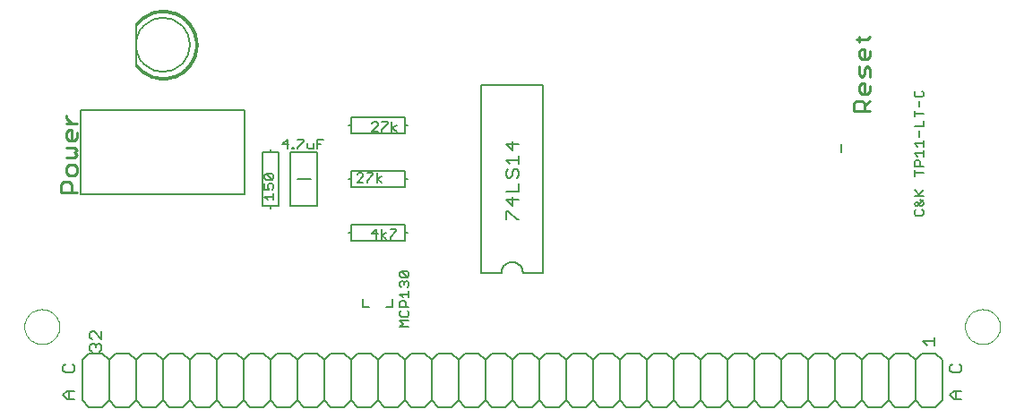
<source format=gto>
G75*
G70*
%OFA0B0*%
%FSLAX24Y24*%
%IPPOS*%
%LPD*%
%AMOC8*
5,1,8,0,0,1.08239X$1,22.5*
%
%ADD10C,0.0080*%
%ADD11C,0.0110*%
%ADD12C,0.0060*%
%ADD13R,0.0067X0.0333*%
%ADD14C,0.0000*%
%ADD15C,0.0050*%
%ADD16C,0.0010*%
D10*
X002500Y001326D02*
X002360Y001467D01*
X002500Y001607D01*
X002781Y001607D01*
X002570Y001607D02*
X002570Y001326D01*
X002500Y001326D02*
X002781Y001326D01*
X002711Y002326D02*
X002430Y002326D01*
X002360Y002397D01*
X002360Y002537D01*
X002430Y002607D01*
X002711Y002607D02*
X002781Y002537D01*
X002781Y002397D01*
X002711Y002326D01*
X003430Y003096D02*
X003360Y003166D01*
X003360Y003306D01*
X003430Y003377D01*
X003500Y003377D01*
X003570Y003306D01*
X003640Y003377D01*
X003711Y003377D01*
X003781Y003306D01*
X003781Y003166D01*
X003711Y003096D01*
X003570Y003236D02*
X003570Y003306D01*
X003430Y003557D02*
X003360Y003627D01*
X003360Y003767D01*
X003430Y003837D01*
X003500Y003837D01*
X003781Y003557D01*
X003781Y003837D01*
X013071Y007217D02*
X013071Y007517D01*
X012971Y007517D01*
X013071Y007517D02*
X013071Y007817D01*
X015071Y007817D01*
X015071Y007517D01*
X015171Y007517D01*
X015071Y007517D02*
X015071Y007217D01*
X013071Y007217D01*
X011821Y008517D02*
X010821Y008517D01*
X010821Y010517D01*
X011821Y010517D01*
X011821Y008517D01*
X010371Y008517D02*
X010071Y008517D01*
X010071Y008417D01*
X010071Y008517D02*
X009771Y008517D01*
X009771Y010517D01*
X010071Y010517D01*
X010071Y010617D01*
X010071Y010517D02*
X010371Y010517D01*
X010371Y008517D01*
X011071Y009517D02*
X011571Y009517D01*
X012971Y009517D02*
X013071Y009517D01*
X013071Y009817D01*
X015071Y009817D01*
X015071Y009517D01*
X015171Y009517D01*
X015071Y009517D02*
X015071Y009217D01*
X013071Y009217D01*
X013071Y009517D01*
X013071Y011217D02*
X013071Y011517D01*
X012971Y011517D01*
X013071Y011517D02*
X013071Y011817D01*
X015071Y011817D01*
X015071Y011517D01*
X015171Y011517D01*
X015071Y011517D02*
X015071Y011217D01*
X013071Y011217D01*
X018830Y010828D02*
X019070Y010588D01*
X019070Y010908D01*
X018830Y010828D02*
X019311Y010828D01*
X019311Y010393D02*
X019311Y010072D01*
X019311Y010232D02*
X018830Y010232D01*
X018990Y010072D01*
X018910Y009877D02*
X018830Y009797D01*
X018830Y009637D01*
X018910Y009557D01*
X018990Y009557D01*
X019070Y009637D01*
X019070Y009797D01*
X019150Y009877D01*
X019231Y009877D01*
X019311Y009797D01*
X019311Y009637D01*
X019231Y009557D01*
X019311Y009361D02*
X019311Y009041D01*
X018830Y009041D01*
X018830Y008766D02*
X019070Y008525D01*
X019070Y008846D01*
X018830Y008766D02*
X019311Y008766D01*
X018910Y008330D02*
X019231Y008010D01*
X019311Y008010D01*
X018830Y008010D02*
X018830Y008330D01*
X018910Y008330D01*
X014622Y005056D02*
X014622Y004741D01*
X014386Y004741D01*
X013756Y004741D02*
X013519Y004741D01*
X013519Y005056D01*
X005071Y013767D02*
X005071Y015267D01*
X034360Y003467D02*
X034500Y003326D01*
X034360Y003467D02*
X034781Y003467D01*
X034781Y003607D02*
X034781Y003326D01*
X035430Y002607D02*
X035360Y002537D01*
X035360Y002397D01*
X035430Y002326D01*
X035711Y002326D01*
X035781Y002397D01*
X035781Y002537D01*
X035711Y002607D01*
X035781Y001607D02*
X035500Y001607D01*
X035360Y001467D01*
X035500Y001326D01*
X035781Y001326D01*
X035570Y001326D02*
X035570Y001607D01*
D11*
X032366Y012038D02*
X031775Y012038D01*
X031775Y012334D01*
X031873Y012432D01*
X032070Y012432D01*
X032169Y012334D01*
X032169Y012038D01*
X032169Y012235D02*
X032366Y012432D01*
X032267Y012683D02*
X032070Y012683D01*
X031972Y012781D01*
X031972Y012978D01*
X032070Y013077D01*
X032169Y013077D01*
X032169Y012683D01*
X032267Y012683D02*
X032366Y012781D01*
X032366Y012978D01*
X032366Y013327D02*
X032366Y013623D01*
X032267Y013721D01*
X032169Y013623D01*
X032169Y013426D01*
X032070Y013327D01*
X031972Y013426D01*
X031972Y013721D01*
X032070Y013972D02*
X031972Y014070D01*
X031972Y014267D01*
X032070Y014366D01*
X032169Y014366D01*
X032169Y013972D01*
X032267Y013972D02*
X032070Y013972D01*
X032267Y013972D02*
X032366Y014070D01*
X032366Y014267D01*
X031972Y014617D02*
X031972Y014813D01*
X031873Y014715D02*
X032267Y014715D01*
X032366Y014813D01*
X002866Y011592D02*
X002472Y011592D01*
X002669Y011592D02*
X002472Y011789D01*
X002472Y011887D01*
X002570Y011341D02*
X002669Y011341D01*
X002669Y010948D01*
X002767Y010948D02*
X002570Y010948D01*
X002472Y011046D01*
X002472Y011243D01*
X002570Y011341D01*
X002866Y011243D02*
X002866Y011046D01*
X002767Y010948D01*
X002767Y010697D02*
X002472Y010697D01*
X002767Y010697D02*
X002866Y010598D01*
X002767Y010500D01*
X002866Y010402D01*
X002767Y010303D01*
X002472Y010303D01*
X002570Y010052D02*
X002472Y009954D01*
X002472Y009757D01*
X002570Y009659D01*
X002767Y009659D01*
X002866Y009757D01*
X002866Y009954D01*
X002767Y010052D01*
X002570Y010052D01*
X002570Y009408D02*
X002669Y009309D01*
X002669Y009014D01*
X002866Y009014D02*
X002275Y009014D01*
X002275Y009309D01*
X002373Y009408D01*
X002570Y009408D01*
D12*
X009850Y009342D02*
X009850Y009115D01*
X010020Y009115D01*
X009964Y009228D01*
X009964Y009285D01*
X010020Y009342D01*
X010134Y009342D01*
X010191Y009285D01*
X010191Y009172D01*
X010134Y009115D01*
X010191Y008974D02*
X010191Y008747D01*
X010191Y008860D02*
X009850Y008860D01*
X009964Y008747D01*
X009907Y009483D02*
X009850Y009540D01*
X009850Y009653D01*
X009907Y009710D01*
X010134Y009483D01*
X010191Y009540D01*
X010191Y009653D01*
X010134Y009710D01*
X009907Y009710D01*
X009907Y009483D02*
X010134Y009483D01*
X010698Y010634D02*
X010698Y010974D01*
X010527Y010804D01*
X010754Y010804D01*
X010896Y010691D02*
X010952Y010691D01*
X010952Y010634D01*
X010896Y010634D01*
X010896Y010691D01*
X011080Y010691D02*
X011080Y010634D01*
X011080Y010691D02*
X011307Y010917D01*
X011307Y010974D01*
X011080Y010974D01*
X011448Y010861D02*
X011448Y010691D01*
X011505Y010634D01*
X011675Y010634D01*
X011675Y010861D01*
X011817Y010804D02*
X011930Y010804D01*
X011817Y010974D02*
X012043Y010974D01*
X011817Y010974D02*
X011817Y010634D01*
X013301Y009680D02*
X013357Y009737D01*
X013471Y009737D01*
X013527Y009680D01*
X013527Y009624D01*
X013301Y009397D01*
X013527Y009397D01*
X013669Y009397D02*
X013669Y009453D01*
X013896Y009680D01*
X013896Y009737D01*
X013669Y009737D01*
X014037Y009737D02*
X014037Y009397D01*
X014037Y009510D02*
X014207Y009624D01*
X014037Y009510D02*
X014207Y009397D01*
X014225Y007637D02*
X014225Y007297D01*
X014225Y007410D02*
X014395Y007524D01*
X014532Y007637D02*
X014759Y007637D01*
X014759Y007580D01*
X014532Y007353D01*
X014532Y007297D01*
X014395Y007297D02*
X014225Y007410D01*
X014084Y007467D02*
X013857Y007467D01*
X014027Y007637D01*
X014027Y007297D01*
X014940Y006077D02*
X015167Y005850D01*
X015224Y005907D01*
X015224Y006020D01*
X015167Y006077D01*
X014940Y006077D01*
X014884Y006020D01*
X014884Y005907D01*
X014940Y005850D01*
X015167Y005850D01*
X015167Y005709D02*
X015224Y005652D01*
X015224Y005538D01*
X015167Y005482D01*
X015224Y005340D02*
X015224Y005113D01*
X015224Y005227D02*
X014884Y005227D01*
X014997Y005113D01*
X014940Y004972D02*
X015054Y004972D01*
X015110Y004915D01*
X015110Y004745D01*
X015224Y004745D02*
X014884Y004745D01*
X014884Y004915D01*
X014940Y004972D01*
X014940Y004604D02*
X014884Y004547D01*
X014884Y004433D01*
X014940Y004377D01*
X015167Y004377D01*
X015224Y004433D01*
X015224Y004547D01*
X015167Y004604D01*
X015224Y004235D02*
X014884Y004235D01*
X014997Y004122D01*
X014884Y004008D01*
X015224Y004008D01*
X015321Y003017D02*
X015821Y003017D01*
X016071Y002767D01*
X016071Y001267D01*
X015821Y001017D01*
X015321Y001017D01*
X015071Y001267D01*
X015071Y002767D01*
X015321Y003017D01*
X015071Y002767D02*
X014821Y003017D01*
X014321Y003017D01*
X014071Y002767D01*
X014071Y001267D01*
X013821Y001017D01*
X013321Y001017D01*
X013071Y001267D01*
X013071Y002767D01*
X013321Y003017D01*
X013821Y003017D01*
X014071Y002767D01*
X013071Y002767D02*
X012821Y003017D01*
X012321Y003017D01*
X012071Y002767D01*
X012071Y001267D01*
X011821Y001017D01*
X011321Y001017D01*
X011071Y001267D01*
X011071Y002767D01*
X011321Y003017D01*
X011821Y003017D01*
X012071Y002767D01*
X011071Y002767D02*
X010821Y003017D01*
X010321Y003017D01*
X010071Y002767D01*
X010071Y001267D01*
X009821Y001017D01*
X009321Y001017D01*
X009071Y001267D01*
X009071Y002767D01*
X009321Y003017D01*
X009821Y003017D01*
X010071Y002767D01*
X009071Y002767D02*
X008821Y003017D01*
X008321Y003017D01*
X008071Y002767D01*
X008071Y001267D01*
X008321Y001017D01*
X008821Y001017D01*
X009071Y001267D01*
X008071Y001267D02*
X007821Y001017D01*
X007321Y001017D01*
X007071Y001267D01*
X007071Y002767D01*
X007321Y003017D01*
X007821Y003017D01*
X008071Y002767D01*
X007071Y002767D02*
X006821Y003017D01*
X006321Y003017D01*
X006071Y002767D01*
X006071Y001267D01*
X006321Y001017D01*
X006821Y001017D01*
X007071Y001267D01*
X006071Y001267D02*
X005821Y001017D01*
X005321Y001017D01*
X005071Y001267D01*
X005071Y002767D01*
X005321Y003017D01*
X005821Y003017D01*
X006071Y002767D01*
X005071Y002767D02*
X004821Y003017D01*
X004321Y003017D01*
X004071Y002767D01*
X004071Y001267D01*
X004321Y001017D01*
X004821Y001017D01*
X005071Y001267D01*
X004071Y001267D02*
X003821Y001017D01*
X003321Y001017D01*
X003071Y001267D01*
X003071Y002767D01*
X003321Y003017D01*
X003821Y003017D01*
X004071Y002767D01*
X010071Y001267D02*
X010321Y001017D01*
X010821Y001017D01*
X011071Y001267D01*
X012071Y001267D02*
X012321Y001017D01*
X012821Y001017D01*
X013071Y001267D01*
X014071Y001267D02*
X014321Y001017D01*
X014821Y001017D01*
X015071Y001267D01*
X016071Y001267D02*
X016321Y001017D01*
X016821Y001017D01*
X017071Y001267D01*
X017071Y002767D01*
X017321Y003017D01*
X017821Y003017D01*
X018071Y002767D01*
X018071Y001267D01*
X017821Y001017D01*
X017321Y001017D01*
X017071Y001267D01*
X018071Y001267D02*
X018321Y001017D01*
X018821Y001017D01*
X019071Y001267D01*
X019071Y002767D01*
X019321Y003017D01*
X019821Y003017D01*
X020071Y002767D01*
X020071Y001267D01*
X019821Y001017D01*
X019321Y001017D01*
X019071Y001267D01*
X019071Y002767D01*
X018821Y003017D01*
X018321Y003017D01*
X018071Y002767D01*
X017071Y002767D02*
X016821Y003017D01*
X016321Y003017D01*
X016071Y002767D01*
X020071Y002767D02*
X020321Y003017D01*
X020821Y003017D01*
X021071Y002767D01*
X021071Y001267D01*
X020821Y001017D01*
X020321Y001017D01*
X020071Y001267D01*
X021071Y001267D02*
X021321Y001017D01*
X021821Y001017D01*
X022071Y001267D01*
X022071Y002767D01*
X022321Y003017D01*
X022821Y003017D01*
X023071Y002767D01*
X023071Y001267D01*
X022821Y001017D01*
X022321Y001017D01*
X022071Y001267D01*
X023071Y001267D02*
X023321Y001017D01*
X023821Y001017D01*
X024071Y001267D01*
X024071Y002767D01*
X024321Y003017D01*
X024821Y003017D01*
X025071Y002767D01*
X025071Y001267D01*
X024821Y001017D01*
X024321Y001017D01*
X024071Y001267D01*
X025071Y001267D02*
X025321Y001017D01*
X025821Y001017D01*
X026071Y001267D01*
X026071Y002767D01*
X026321Y003017D01*
X026821Y003017D01*
X027071Y002767D01*
X027071Y001267D01*
X026821Y001017D01*
X026321Y001017D01*
X026071Y001267D01*
X027071Y001267D02*
X027321Y001017D01*
X027821Y001017D01*
X028071Y001267D01*
X028071Y002767D01*
X028321Y003017D01*
X028821Y003017D01*
X029071Y002767D01*
X029071Y001267D01*
X028821Y001017D01*
X028321Y001017D01*
X028071Y001267D01*
X029071Y001267D02*
X029321Y001017D01*
X029821Y001017D01*
X030071Y001267D01*
X030071Y002767D01*
X029821Y003017D01*
X029321Y003017D01*
X029071Y002767D01*
X030071Y002767D02*
X030321Y003017D01*
X030821Y003017D01*
X031071Y002767D01*
X031071Y001267D01*
X030821Y001017D01*
X030321Y001017D01*
X030071Y001267D01*
X031071Y001267D02*
X031321Y001017D01*
X031821Y001017D01*
X032071Y001267D01*
X032071Y002767D01*
X031821Y003017D01*
X031321Y003017D01*
X031071Y002767D01*
X032071Y002767D02*
X032321Y003017D01*
X032821Y003017D01*
X033071Y002767D01*
X033071Y001267D01*
X032821Y001017D01*
X032321Y001017D01*
X032071Y001267D01*
X033071Y001267D02*
X033321Y001017D01*
X033821Y001017D01*
X034071Y001267D01*
X034071Y002767D01*
X033821Y003017D01*
X033321Y003017D01*
X033071Y002767D01*
X034071Y002767D02*
X034321Y003017D01*
X034821Y003017D01*
X035071Y002767D01*
X035071Y001267D01*
X034821Y001017D01*
X034321Y001017D01*
X034071Y001267D01*
X028071Y002767D02*
X027821Y003017D01*
X027321Y003017D01*
X027071Y002767D01*
X026071Y002767D02*
X025821Y003017D01*
X025321Y003017D01*
X025071Y002767D01*
X024071Y002767D02*
X023821Y003017D01*
X023321Y003017D01*
X023071Y002767D01*
X022071Y002767D02*
X021821Y003017D01*
X021321Y003017D01*
X021071Y002767D01*
X014940Y005482D02*
X014884Y005538D01*
X014884Y005652D01*
X014940Y005709D01*
X014997Y005709D01*
X015054Y005652D01*
X015110Y005709D01*
X015167Y005709D01*
X015054Y005652D02*
X015054Y005595D01*
X017921Y006017D02*
X018671Y006017D01*
X018673Y006056D01*
X018679Y006095D01*
X018688Y006133D01*
X018701Y006170D01*
X018718Y006206D01*
X018738Y006239D01*
X018762Y006271D01*
X018788Y006300D01*
X018817Y006326D01*
X018849Y006350D01*
X018882Y006370D01*
X018918Y006387D01*
X018955Y006400D01*
X018993Y006409D01*
X019032Y006415D01*
X019071Y006417D01*
X019110Y006415D01*
X019149Y006409D01*
X019187Y006400D01*
X019224Y006387D01*
X019260Y006370D01*
X019293Y006350D01*
X019325Y006326D01*
X019354Y006300D01*
X019380Y006271D01*
X019404Y006239D01*
X019424Y006206D01*
X019441Y006170D01*
X019454Y006133D01*
X019463Y006095D01*
X019469Y006056D01*
X019471Y006017D01*
X020221Y006017D01*
X020221Y013017D01*
X017921Y013017D01*
X017921Y006017D01*
X014764Y011297D02*
X014594Y011410D01*
X014764Y011524D01*
X014594Y011637D02*
X014594Y011297D01*
X014452Y011580D02*
X014225Y011353D01*
X014225Y011297D01*
X014084Y011297D02*
X013857Y011297D01*
X014084Y011524D01*
X014084Y011580D01*
X014027Y011637D01*
X013914Y011637D01*
X013857Y011580D01*
X014225Y011637D02*
X014452Y011637D01*
X014452Y011580D01*
X005071Y014517D02*
X005073Y014580D01*
X005079Y014642D01*
X005089Y014704D01*
X005102Y014766D01*
X005120Y014826D01*
X005141Y014885D01*
X005166Y014943D01*
X005195Y014999D01*
X005227Y015053D01*
X005262Y015105D01*
X005300Y015154D01*
X005342Y015202D01*
X005386Y015246D01*
X005434Y015288D01*
X005483Y015326D01*
X005535Y015361D01*
X005589Y015393D01*
X005645Y015422D01*
X005703Y015447D01*
X005762Y015468D01*
X005822Y015486D01*
X005884Y015499D01*
X005946Y015509D01*
X006008Y015515D01*
X006071Y015517D01*
X006134Y015515D01*
X006196Y015509D01*
X006258Y015499D01*
X006320Y015486D01*
X006380Y015468D01*
X006439Y015447D01*
X006497Y015422D01*
X006553Y015393D01*
X006607Y015361D01*
X006659Y015326D01*
X006708Y015288D01*
X006756Y015246D01*
X006800Y015202D01*
X006842Y015154D01*
X006880Y015105D01*
X006915Y015053D01*
X006947Y014999D01*
X006976Y014943D01*
X007001Y014885D01*
X007022Y014826D01*
X007040Y014766D01*
X007053Y014704D01*
X007063Y014642D01*
X007069Y014580D01*
X007071Y014517D01*
X007069Y014454D01*
X007063Y014392D01*
X007053Y014330D01*
X007040Y014268D01*
X007022Y014208D01*
X007001Y014149D01*
X006976Y014091D01*
X006947Y014035D01*
X006915Y013981D01*
X006880Y013929D01*
X006842Y013880D01*
X006800Y013832D01*
X006756Y013788D01*
X006708Y013746D01*
X006659Y013708D01*
X006607Y013673D01*
X006553Y013641D01*
X006497Y013612D01*
X006439Y013587D01*
X006380Y013566D01*
X006320Y013548D01*
X006258Y013535D01*
X006196Y013525D01*
X006134Y013519D01*
X006071Y013517D01*
X006008Y013519D01*
X005946Y013525D01*
X005884Y013535D01*
X005822Y013548D01*
X005762Y013566D01*
X005703Y013587D01*
X005645Y013612D01*
X005589Y013641D01*
X005535Y013673D01*
X005483Y013708D01*
X005434Y013746D01*
X005386Y013788D01*
X005342Y013832D01*
X005300Y013880D01*
X005262Y013929D01*
X005227Y013981D01*
X005195Y014035D01*
X005166Y014091D01*
X005141Y014149D01*
X005120Y014208D01*
X005102Y014268D01*
X005089Y014330D01*
X005079Y014392D01*
X005073Y014454D01*
X005071Y014517D01*
X034034Y012743D02*
X034034Y012629D01*
X034090Y012572D01*
X034317Y012572D01*
X034374Y012629D01*
X034374Y012743D01*
X034317Y012799D01*
X034090Y012799D02*
X034034Y012743D01*
X034204Y012431D02*
X034204Y012204D01*
X034034Y012063D02*
X034034Y011836D01*
X034034Y011949D02*
X034374Y011949D01*
X034374Y011694D02*
X034374Y011467D01*
X034034Y011467D01*
X034204Y011326D02*
X034204Y011099D01*
X034374Y010958D02*
X034374Y010731D01*
X034374Y010844D02*
X034034Y010844D01*
X034147Y010731D01*
X034374Y010589D02*
X034374Y010363D01*
X034374Y010476D02*
X034034Y010476D01*
X034147Y010363D01*
X034090Y010221D02*
X034204Y010221D01*
X034260Y010164D01*
X034260Y009994D01*
X034374Y009994D02*
X034034Y009994D01*
X034034Y010164D01*
X034090Y010221D01*
X034034Y009853D02*
X034034Y009626D01*
X034034Y009739D02*
X034374Y009739D01*
X034374Y009116D02*
X034204Y008946D01*
X034260Y008889D02*
X034034Y009116D01*
X034034Y008889D02*
X034374Y008889D01*
X034374Y008748D02*
X034147Y008521D01*
X034090Y008521D01*
X034034Y008578D01*
X034090Y008634D01*
X034147Y008634D01*
X034260Y008521D01*
X034317Y008521D01*
X034374Y008578D01*
X034374Y008634D01*
X034260Y008748D01*
X034317Y008379D02*
X034374Y008323D01*
X034374Y008209D01*
X034317Y008153D01*
X034090Y008153D01*
X034034Y008209D01*
X034034Y008323D01*
X034090Y008379D01*
D13*
X031303Y010652D03*
D14*
X035921Y004017D02*
X035923Y004067D01*
X035929Y004117D01*
X035939Y004167D01*
X035952Y004215D01*
X035969Y004263D01*
X035990Y004309D01*
X036014Y004353D01*
X036042Y004395D01*
X036073Y004435D01*
X036107Y004472D01*
X036144Y004507D01*
X036183Y004538D01*
X036224Y004567D01*
X036268Y004592D01*
X036314Y004614D01*
X036361Y004632D01*
X036409Y004646D01*
X036458Y004657D01*
X036508Y004664D01*
X036558Y004667D01*
X036609Y004666D01*
X036659Y004661D01*
X036709Y004652D01*
X036757Y004640D01*
X036805Y004623D01*
X036851Y004603D01*
X036896Y004580D01*
X036939Y004553D01*
X036979Y004523D01*
X037017Y004490D01*
X037052Y004454D01*
X037085Y004415D01*
X037114Y004374D01*
X037140Y004331D01*
X037163Y004286D01*
X037182Y004239D01*
X037197Y004191D01*
X037209Y004142D01*
X037217Y004092D01*
X037221Y004042D01*
X037221Y003992D01*
X037217Y003942D01*
X037209Y003892D01*
X037197Y003843D01*
X037182Y003795D01*
X037163Y003748D01*
X037140Y003703D01*
X037114Y003660D01*
X037085Y003619D01*
X037052Y003580D01*
X037017Y003544D01*
X036979Y003511D01*
X036939Y003481D01*
X036896Y003454D01*
X036851Y003431D01*
X036805Y003411D01*
X036757Y003394D01*
X036709Y003382D01*
X036659Y003373D01*
X036609Y003368D01*
X036558Y003367D01*
X036508Y003370D01*
X036458Y003377D01*
X036409Y003388D01*
X036361Y003402D01*
X036314Y003420D01*
X036268Y003442D01*
X036224Y003467D01*
X036183Y003496D01*
X036144Y003527D01*
X036107Y003562D01*
X036073Y003599D01*
X036042Y003639D01*
X036014Y003681D01*
X035990Y003725D01*
X035969Y003771D01*
X035952Y003819D01*
X035939Y003867D01*
X035929Y003917D01*
X035923Y003967D01*
X035921Y004017D01*
X035923Y004067D01*
X035929Y004117D01*
X035939Y004167D01*
X035952Y004215D01*
X035969Y004263D01*
X035990Y004309D01*
X036014Y004353D01*
X036042Y004395D01*
X036073Y004435D01*
X036107Y004472D01*
X036144Y004507D01*
X036183Y004538D01*
X036224Y004567D01*
X036268Y004592D01*
X036314Y004614D01*
X036361Y004632D01*
X036409Y004646D01*
X036458Y004657D01*
X036508Y004664D01*
X036558Y004667D01*
X036609Y004666D01*
X036659Y004661D01*
X036709Y004652D01*
X036757Y004640D01*
X036805Y004623D01*
X036851Y004603D01*
X036896Y004580D01*
X036939Y004553D01*
X036979Y004523D01*
X037017Y004490D01*
X037052Y004454D01*
X037085Y004415D01*
X037114Y004374D01*
X037140Y004331D01*
X037163Y004286D01*
X037182Y004239D01*
X037197Y004191D01*
X037209Y004142D01*
X037217Y004092D01*
X037221Y004042D01*
X037221Y003992D01*
X037217Y003942D01*
X037209Y003892D01*
X037197Y003843D01*
X037182Y003795D01*
X037163Y003748D01*
X037140Y003703D01*
X037114Y003660D01*
X037085Y003619D01*
X037052Y003580D01*
X037017Y003544D01*
X036979Y003511D01*
X036939Y003481D01*
X036896Y003454D01*
X036851Y003431D01*
X036805Y003411D01*
X036757Y003394D01*
X036709Y003382D01*
X036659Y003373D01*
X036609Y003368D01*
X036558Y003367D01*
X036508Y003370D01*
X036458Y003377D01*
X036409Y003388D01*
X036361Y003402D01*
X036314Y003420D01*
X036268Y003442D01*
X036224Y003467D01*
X036183Y003496D01*
X036144Y003527D01*
X036107Y003562D01*
X036073Y003599D01*
X036042Y003639D01*
X036014Y003681D01*
X035990Y003725D01*
X035969Y003771D01*
X035952Y003819D01*
X035939Y003867D01*
X035929Y003917D01*
X035923Y003967D01*
X035921Y004017D01*
X000921Y004017D02*
X000923Y004067D01*
X000929Y004117D01*
X000939Y004167D01*
X000952Y004215D01*
X000969Y004263D01*
X000990Y004309D01*
X001014Y004353D01*
X001042Y004395D01*
X001073Y004435D01*
X001107Y004472D01*
X001144Y004507D01*
X001183Y004538D01*
X001224Y004567D01*
X001268Y004592D01*
X001314Y004614D01*
X001361Y004632D01*
X001409Y004646D01*
X001458Y004657D01*
X001508Y004664D01*
X001558Y004667D01*
X001609Y004666D01*
X001659Y004661D01*
X001709Y004652D01*
X001757Y004640D01*
X001805Y004623D01*
X001851Y004603D01*
X001896Y004580D01*
X001939Y004553D01*
X001979Y004523D01*
X002017Y004490D01*
X002052Y004454D01*
X002085Y004415D01*
X002114Y004374D01*
X002140Y004331D01*
X002163Y004286D01*
X002182Y004239D01*
X002197Y004191D01*
X002209Y004142D01*
X002217Y004092D01*
X002221Y004042D01*
X002221Y003992D01*
X002217Y003942D01*
X002209Y003892D01*
X002197Y003843D01*
X002182Y003795D01*
X002163Y003748D01*
X002140Y003703D01*
X002114Y003660D01*
X002085Y003619D01*
X002052Y003580D01*
X002017Y003544D01*
X001979Y003511D01*
X001939Y003481D01*
X001896Y003454D01*
X001851Y003431D01*
X001805Y003411D01*
X001757Y003394D01*
X001709Y003382D01*
X001659Y003373D01*
X001609Y003368D01*
X001558Y003367D01*
X001508Y003370D01*
X001458Y003377D01*
X001409Y003388D01*
X001361Y003402D01*
X001314Y003420D01*
X001268Y003442D01*
X001224Y003467D01*
X001183Y003496D01*
X001144Y003527D01*
X001107Y003562D01*
X001073Y003599D01*
X001042Y003639D01*
X001014Y003681D01*
X000990Y003725D01*
X000969Y003771D01*
X000952Y003819D01*
X000939Y003867D01*
X000929Y003917D01*
X000923Y003967D01*
X000921Y004017D01*
X000923Y004067D01*
X000929Y004117D01*
X000939Y004167D01*
X000952Y004215D01*
X000969Y004263D01*
X000990Y004309D01*
X001014Y004353D01*
X001042Y004395D01*
X001073Y004435D01*
X001107Y004472D01*
X001144Y004507D01*
X001183Y004538D01*
X001224Y004567D01*
X001268Y004592D01*
X001314Y004614D01*
X001361Y004632D01*
X001409Y004646D01*
X001458Y004657D01*
X001508Y004664D01*
X001558Y004667D01*
X001609Y004666D01*
X001659Y004661D01*
X001709Y004652D01*
X001757Y004640D01*
X001805Y004623D01*
X001851Y004603D01*
X001896Y004580D01*
X001939Y004553D01*
X001979Y004523D01*
X002017Y004490D01*
X002052Y004454D01*
X002085Y004415D01*
X002114Y004374D01*
X002140Y004331D01*
X002163Y004286D01*
X002182Y004239D01*
X002197Y004191D01*
X002209Y004142D01*
X002217Y004092D01*
X002221Y004042D01*
X002221Y003992D01*
X002217Y003942D01*
X002209Y003892D01*
X002197Y003843D01*
X002182Y003795D01*
X002163Y003748D01*
X002140Y003703D01*
X002114Y003660D01*
X002085Y003619D01*
X002052Y003580D01*
X002017Y003544D01*
X001979Y003511D01*
X001939Y003481D01*
X001896Y003454D01*
X001851Y003431D01*
X001805Y003411D01*
X001757Y003394D01*
X001709Y003382D01*
X001659Y003373D01*
X001609Y003368D01*
X001558Y003367D01*
X001508Y003370D01*
X001458Y003377D01*
X001409Y003388D01*
X001361Y003402D01*
X001314Y003420D01*
X001268Y003442D01*
X001224Y003467D01*
X001183Y003496D01*
X001144Y003527D01*
X001107Y003562D01*
X001073Y003599D01*
X001042Y003639D01*
X001014Y003681D01*
X000990Y003725D01*
X000969Y003771D01*
X000952Y003819D01*
X000939Y003867D01*
X000929Y003917D01*
X000923Y003967D01*
X000921Y004017D01*
D15*
X003019Y008942D02*
X003019Y012091D01*
X009122Y012091D01*
X009122Y008942D01*
X003019Y008942D01*
D16*
X005039Y013737D02*
X005111Y013791D01*
X005110Y013790D02*
X005153Y013737D01*
X005198Y013686D01*
X005247Y013638D01*
X005298Y013593D01*
X005352Y013550D01*
X005408Y013511D01*
X005466Y013475D01*
X005526Y013442D01*
X005587Y013413D01*
X005651Y013388D01*
X005715Y013366D01*
X005781Y013347D01*
X005848Y013333D01*
X005915Y013322D01*
X005983Y013315D01*
X006051Y013312D01*
X006120Y013313D01*
X006188Y013318D01*
X006256Y013326D01*
X006323Y013339D01*
X006389Y013355D01*
X006454Y013375D01*
X006519Y013398D01*
X006581Y013425D01*
X006642Y013456D01*
X006701Y013490D01*
X006759Y013527D01*
X006814Y013568D01*
X006866Y013612D01*
X006916Y013658D01*
X006963Y013707D01*
X007008Y013759D01*
X007049Y013813D01*
X007088Y013870D01*
X007123Y013929D01*
X007154Y013989D01*
X007182Y014051D01*
X007207Y014115D01*
X007228Y014180D01*
X007245Y014246D01*
X007259Y014313D01*
X007268Y014381D01*
X007274Y014449D01*
X007276Y014517D01*
X007274Y014585D01*
X007268Y014653D01*
X007259Y014721D01*
X007245Y014788D01*
X007228Y014854D01*
X007207Y014919D01*
X007182Y014983D01*
X007154Y015045D01*
X007123Y015105D01*
X007088Y015164D01*
X007049Y015221D01*
X007008Y015275D01*
X006963Y015327D01*
X006916Y015376D01*
X006866Y015422D01*
X006814Y015466D01*
X006759Y015507D01*
X006701Y015544D01*
X006642Y015578D01*
X006581Y015609D01*
X006519Y015636D01*
X006454Y015659D01*
X006389Y015679D01*
X006323Y015695D01*
X006256Y015708D01*
X006188Y015716D01*
X006120Y015721D01*
X006051Y015722D01*
X005983Y015719D01*
X005915Y015712D01*
X005848Y015701D01*
X005781Y015687D01*
X005715Y015668D01*
X005651Y015646D01*
X005587Y015621D01*
X005526Y015592D01*
X005466Y015559D01*
X005408Y015523D01*
X005352Y015484D01*
X005298Y015441D01*
X005247Y015396D01*
X005198Y015348D01*
X005153Y015297D01*
X005110Y015244D01*
X005039Y015297D01*
X005038Y015298D01*
X005082Y015353D01*
X005130Y015406D01*
X005180Y015457D01*
X005233Y015504D01*
X005288Y015548D01*
X005346Y015590D01*
X005406Y015628D01*
X005467Y015663D01*
X005531Y015694D01*
X005596Y015722D01*
X005663Y015746D01*
X005731Y015767D01*
X005800Y015783D01*
X005870Y015796D01*
X005940Y015805D01*
X006011Y015811D01*
X006082Y015812D01*
X006153Y015809D01*
X006224Y015803D01*
X006294Y015793D01*
X006363Y015779D01*
X006432Y015761D01*
X006500Y015739D01*
X006566Y015714D01*
X006631Y015685D01*
X006694Y015652D01*
X006755Y015616D01*
X006814Y015577D01*
X006871Y015535D01*
X006926Y015490D01*
X006978Y015441D01*
X007027Y015390D01*
X007074Y015337D01*
X007117Y015280D01*
X007157Y015222D01*
X007194Y015161D01*
X007228Y015099D01*
X007258Y015035D01*
X007285Y014969D01*
X007308Y014902D01*
X007327Y014833D01*
X007342Y014764D01*
X007354Y014694D01*
X007362Y014623D01*
X007366Y014552D01*
X007366Y014482D01*
X007362Y014411D01*
X007354Y014340D01*
X007342Y014270D01*
X007327Y014201D01*
X007308Y014132D01*
X007285Y014065D01*
X007258Y013999D01*
X007228Y013935D01*
X007194Y013873D01*
X007157Y013812D01*
X007117Y013754D01*
X007074Y013697D01*
X007027Y013644D01*
X006978Y013593D01*
X006926Y013544D01*
X006871Y013499D01*
X006814Y013457D01*
X006755Y013418D01*
X006694Y013382D01*
X006631Y013349D01*
X006566Y013320D01*
X006500Y013295D01*
X006432Y013273D01*
X006363Y013255D01*
X006294Y013241D01*
X006224Y013231D01*
X006153Y013225D01*
X006082Y013222D01*
X006011Y013223D01*
X005940Y013229D01*
X005870Y013238D01*
X005800Y013251D01*
X005731Y013267D01*
X005663Y013288D01*
X005596Y013312D01*
X005531Y013340D01*
X005467Y013371D01*
X005406Y013406D01*
X005346Y013444D01*
X005288Y013486D01*
X005233Y013530D01*
X005180Y013577D01*
X005130Y013628D01*
X005082Y013681D01*
X005038Y013736D01*
X005045Y013741D01*
X005090Y013686D01*
X005137Y013633D01*
X005188Y013582D01*
X005241Y013535D01*
X005297Y013490D01*
X005355Y013449D01*
X005415Y013411D01*
X005477Y013376D01*
X005541Y013345D01*
X005607Y013318D01*
X005674Y013294D01*
X005743Y013274D01*
X005812Y013257D01*
X005882Y013245D01*
X005953Y013236D01*
X006024Y013232D01*
X006095Y013231D01*
X006166Y013235D01*
X006237Y013242D01*
X006308Y013253D01*
X006377Y013268D01*
X006446Y013287D01*
X006514Y013310D01*
X006580Y013336D01*
X006645Y013366D01*
X006707Y013400D01*
X006768Y013436D01*
X006827Y013477D01*
X006884Y013520D01*
X006938Y013567D01*
X006989Y013616D01*
X007037Y013669D01*
X007083Y013723D01*
X007125Y013781D01*
X007164Y013840D01*
X007200Y013902D01*
X007233Y013965D01*
X007261Y014030D01*
X007287Y014097D01*
X007308Y014165D01*
X007326Y014234D01*
X007339Y014304D01*
X007349Y014375D01*
X007355Y014446D01*
X007357Y014517D01*
X007355Y014588D01*
X007349Y014659D01*
X007339Y014730D01*
X007326Y014800D01*
X007308Y014869D01*
X007287Y014937D01*
X007261Y015004D01*
X007233Y015069D01*
X007200Y015132D01*
X007164Y015194D01*
X007125Y015253D01*
X007083Y015311D01*
X007037Y015365D01*
X006989Y015418D01*
X006938Y015467D01*
X006884Y015514D01*
X006827Y015557D01*
X006768Y015598D01*
X006707Y015634D01*
X006645Y015668D01*
X006580Y015698D01*
X006514Y015724D01*
X006446Y015747D01*
X006377Y015766D01*
X006308Y015781D01*
X006237Y015792D01*
X006166Y015799D01*
X006095Y015803D01*
X006024Y015802D01*
X005953Y015798D01*
X005882Y015789D01*
X005812Y015777D01*
X005743Y015760D01*
X005674Y015740D01*
X005607Y015716D01*
X005541Y015689D01*
X005477Y015658D01*
X005415Y015623D01*
X005355Y015585D01*
X005297Y015544D01*
X005241Y015499D01*
X005188Y015452D01*
X005137Y015401D01*
X005090Y015348D01*
X005045Y015293D01*
X005052Y015287D01*
X005097Y015342D01*
X005144Y015395D01*
X005194Y015445D01*
X005247Y015492D01*
X005302Y015536D01*
X005360Y015578D01*
X005419Y015615D01*
X005481Y015650D01*
X005545Y015681D01*
X005610Y015708D01*
X005677Y015732D01*
X005745Y015752D01*
X005814Y015768D01*
X005883Y015780D01*
X005954Y015789D01*
X006024Y015793D01*
X006095Y015794D01*
X006166Y015790D01*
X006236Y015783D01*
X006306Y015772D01*
X006375Y015757D01*
X006443Y015738D01*
X006511Y015716D01*
X006576Y015690D01*
X006641Y015660D01*
X006703Y015627D01*
X006763Y015590D01*
X006822Y015550D01*
X006878Y015507D01*
X006932Y015461D01*
X006982Y015411D01*
X007031Y015360D01*
X007076Y015305D01*
X007118Y015248D01*
X007157Y015189D01*
X007192Y015128D01*
X007225Y015065D01*
X007253Y015000D01*
X007278Y014934D01*
X007299Y014866D01*
X007317Y014798D01*
X007330Y014728D01*
X007340Y014658D01*
X007346Y014588D01*
X007348Y014517D01*
X007346Y014446D01*
X007340Y014376D01*
X007330Y014306D01*
X007317Y014236D01*
X007299Y014168D01*
X007278Y014100D01*
X007253Y014034D01*
X007225Y013969D01*
X007192Y013906D01*
X007157Y013845D01*
X007118Y013786D01*
X007076Y013729D01*
X007031Y013674D01*
X006982Y013623D01*
X006932Y013573D01*
X006878Y013527D01*
X006822Y013484D01*
X006763Y013444D01*
X006703Y013407D01*
X006641Y013374D01*
X006576Y013344D01*
X006511Y013318D01*
X006443Y013296D01*
X006375Y013277D01*
X006306Y013262D01*
X006236Y013251D01*
X006166Y013244D01*
X006095Y013240D01*
X006024Y013241D01*
X005954Y013245D01*
X005883Y013254D01*
X005814Y013266D01*
X005745Y013282D01*
X005677Y013302D01*
X005610Y013326D01*
X005545Y013353D01*
X005481Y013384D01*
X005419Y013419D01*
X005360Y013456D01*
X005302Y013498D01*
X005247Y013542D01*
X005194Y013589D01*
X005144Y013639D01*
X005097Y013692D01*
X005052Y013747D01*
X005060Y013752D01*
X005104Y013697D01*
X005152Y013644D01*
X005202Y013594D01*
X005255Y013546D01*
X005311Y013502D01*
X005369Y013461D01*
X005429Y013424D01*
X005491Y013389D01*
X005555Y013359D01*
X005621Y013332D01*
X005688Y013308D01*
X005756Y013289D01*
X005826Y013273D01*
X005896Y013261D01*
X005966Y013253D01*
X006037Y013249D01*
X006108Y013250D01*
X006179Y013254D01*
X006250Y013262D01*
X006320Y013274D01*
X006389Y013290D01*
X006457Y013309D01*
X006525Y013333D01*
X006590Y013360D01*
X006654Y013391D01*
X006716Y013425D01*
X006776Y013463D01*
X006834Y013505D01*
X006890Y013549D01*
X006943Y013596D01*
X006993Y013647D01*
X007040Y013700D01*
X007085Y013755D01*
X007126Y013813D01*
X007163Y013873D01*
X007198Y013936D01*
X007229Y014000D01*
X007256Y014065D01*
X007279Y014132D01*
X007299Y014201D01*
X007315Y014270D01*
X007327Y014340D01*
X007335Y014411D01*
X007339Y014481D01*
X007339Y014553D01*
X007335Y014623D01*
X007327Y014694D01*
X007315Y014764D01*
X007299Y014833D01*
X007279Y014902D01*
X007256Y014969D01*
X007229Y015034D01*
X007198Y015098D01*
X007163Y015161D01*
X007126Y015221D01*
X007085Y015279D01*
X007040Y015334D01*
X006993Y015387D01*
X006943Y015438D01*
X006890Y015485D01*
X006834Y015529D01*
X006776Y015571D01*
X006716Y015609D01*
X006654Y015643D01*
X006590Y015674D01*
X006525Y015701D01*
X006457Y015725D01*
X006389Y015744D01*
X006320Y015760D01*
X006250Y015772D01*
X006179Y015780D01*
X006108Y015784D01*
X006037Y015785D01*
X005966Y015781D01*
X005896Y015773D01*
X005826Y015761D01*
X005756Y015745D01*
X005688Y015726D01*
X005621Y015702D01*
X005555Y015675D01*
X005491Y015645D01*
X005429Y015610D01*
X005369Y015573D01*
X005311Y015532D01*
X005255Y015488D01*
X005202Y015440D01*
X005152Y015390D01*
X005104Y015337D01*
X005060Y015282D01*
X005067Y015276D01*
X005111Y015331D01*
X005158Y015384D01*
X005208Y015434D01*
X005261Y015481D01*
X005316Y015525D01*
X005374Y015565D01*
X005433Y015603D01*
X005495Y015637D01*
X005559Y015667D01*
X005624Y015694D01*
X005691Y015717D01*
X005759Y015737D01*
X005827Y015752D01*
X005897Y015764D01*
X005967Y015772D01*
X006038Y015776D01*
X006108Y015775D01*
X006179Y015771D01*
X006249Y015763D01*
X006318Y015751D01*
X006387Y015736D01*
X006455Y015716D01*
X006521Y015693D01*
X006586Y015666D01*
X006650Y015635D01*
X006712Y015601D01*
X006771Y015563D01*
X006829Y015522D01*
X006884Y015478D01*
X006937Y015431D01*
X006986Y015381D01*
X007033Y015329D01*
X007077Y015273D01*
X007118Y015216D01*
X007156Y015156D01*
X007190Y015094D01*
X007220Y015031D01*
X007247Y014966D01*
X007271Y014899D01*
X007290Y014831D01*
X007306Y014762D01*
X007318Y014693D01*
X007326Y014623D01*
X007330Y014552D01*
X007330Y014482D01*
X007326Y014411D01*
X007318Y014341D01*
X007306Y014272D01*
X007290Y014203D01*
X007271Y014135D01*
X007247Y014068D01*
X007220Y014003D01*
X007190Y013940D01*
X007156Y013878D01*
X007118Y013818D01*
X007077Y013761D01*
X007033Y013705D01*
X006986Y013653D01*
X006937Y013603D01*
X006884Y013556D01*
X006829Y013512D01*
X006771Y013471D01*
X006712Y013433D01*
X006650Y013399D01*
X006586Y013368D01*
X006521Y013341D01*
X006455Y013318D01*
X006387Y013298D01*
X006318Y013283D01*
X006249Y013271D01*
X006179Y013263D01*
X006108Y013259D01*
X006038Y013258D01*
X005967Y013262D01*
X005897Y013270D01*
X005827Y013282D01*
X005759Y013297D01*
X005691Y013317D01*
X005624Y013340D01*
X005559Y013367D01*
X005495Y013397D01*
X005433Y013431D01*
X005374Y013469D01*
X005316Y013509D01*
X005261Y013553D01*
X005208Y013600D01*
X005158Y013650D01*
X005111Y013703D01*
X005067Y013758D01*
X005074Y013763D01*
X005118Y013708D01*
X005165Y013656D01*
X005214Y013607D01*
X005267Y013560D01*
X005321Y013517D01*
X005379Y013476D01*
X005438Y013439D01*
X005499Y013405D01*
X005563Y013375D01*
X005627Y013348D01*
X005694Y013325D01*
X005761Y013306D01*
X005829Y013291D01*
X005898Y013279D01*
X005968Y013271D01*
X006038Y013267D01*
X006108Y013268D01*
X006178Y013272D01*
X006247Y013280D01*
X006316Y013291D01*
X006385Y013307D01*
X006452Y013326D01*
X006518Y013350D01*
X006583Y013377D01*
X006646Y013407D01*
X006707Y013441D01*
X006766Y013478D01*
X006824Y013519D01*
X006878Y013563D01*
X006930Y013609D01*
X006980Y013659D01*
X007027Y013711D01*
X007070Y013766D01*
X007111Y013823D01*
X007148Y013882D01*
X007182Y013944D01*
X007212Y014007D01*
X007239Y014072D01*
X007262Y014138D01*
X007281Y014205D01*
X007297Y014273D01*
X007309Y014342D01*
X007317Y014412D01*
X007321Y014482D01*
X007321Y014552D01*
X007317Y014622D01*
X007309Y014692D01*
X007297Y014761D01*
X007281Y014829D01*
X007262Y014896D01*
X007239Y014962D01*
X007212Y015027D01*
X007182Y015090D01*
X007148Y015152D01*
X007111Y015211D01*
X007070Y015268D01*
X007027Y015323D01*
X006980Y015375D01*
X006930Y015425D01*
X006878Y015471D01*
X006824Y015515D01*
X006766Y015556D01*
X006707Y015593D01*
X006646Y015627D01*
X006583Y015657D01*
X006518Y015684D01*
X006452Y015708D01*
X006385Y015727D01*
X006316Y015743D01*
X006247Y015754D01*
X006178Y015762D01*
X006108Y015766D01*
X006038Y015767D01*
X005968Y015763D01*
X005898Y015755D01*
X005829Y015743D01*
X005761Y015728D01*
X005694Y015709D01*
X005627Y015686D01*
X005563Y015659D01*
X005499Y015629D01*
X005438Y015595D01*
X005379Y015558D01*
X005321Y015517D01*
X005267Y015474D01*
X005214Y015427D01*
X005165Y015378D01*
X005118Y015326D01*
X005074Y015271D01*
X005081Y015266D01*
X005125Y015320D01*
X005171Y015372D01*
X005220Y015421D01*
X005272Y015467D01*
X005327Y015510D01*
X005384Y015550D01*
X005443Y015587D01*
X005504Y015621D01*
X005566Y015651D01*
X005631Y015677D01*
X005696Y015700D01*
X005763Y015719D01*
X005831Y015735D01*
X005900Y015746D01*
X005969Y015754D01*
X006038Y015758D01*
X006108Y015757D01*
X006177Y015753D01*
X006246Y015746D01*
X006315Y015734D01*
X006382Y015718D01*
X006449Y015699D01*
X006515Y015676D01*
X006579Y015649D01*
X006642Y015619D01*
X006703Y015585D01*
X006761Y015548D01*
X006818Y015508D01*
X006872Y015465D01*
X006924Y015418D01*
X006973Y015369D01*
X007020Y015317D01*
X007063Y015263D01*
X007103Y015206D01*
X007140Y015147D01*
X007174Y015086D01*
X007204Y015023D01*
X007231Y014959D01*
X007254Y014894D01*
X007273Y014827D01*
X007288Y014759D01*
X007300Y014690D01*
X007308Y014621D01*
X007312Y014552D01*
X007312Y014482D01*
X007308Y014413D01*
X007300Y014344D01*
X007288Y014275D01*
X007273Y014207D01*
X007254Y014140D01*
X007231Y014075D01*
X007204Y014011D01*
X007174Y013948D01*
X007140Y013887D01*
X007103Y013828D01*
X007063Y013771D01*
X007020Y013717D01*
X006973Y013665D01*
X006924Y013616D01*
X006872Y013569D01*
X006818Y013526D01*
X006761Y013486D01*
X006703Y013449D01*
X006642Y013415D01*
X006579Y013385D01*
X006515Y013358D01*
X006449Y013335D01*
X006382Y013316D01*
X006315Y013300D01*
X006246Y013288D01*
X006177Y013281D01*
X006108Y013277D01*
X006038Y013276D01*
X005969Y013280D01*
X005900Y013288D01*
X005831Y013299D01*
X005763Y013315D01*
X005696Y013334D01*
X005631Y013357D01*
X005566Y013383D01*
X005504Y013413D01*
X005443Y013447D01*
X005384Y013484D01*
X005327Y013524D01*
X005272Y013567D01*
X005220Y013613D01*
X005171Y013662D01*
X005125Y013714D01*
X005081Y013768D01*
X005088Y013774D01*
X005132Y013720D01*
X005178Y013669D01*
X005227Y013620D01*
X005278Y013574D01*
X005332Y013531D01*
X005389Y013491D01*
X005447Y013455D01*
X005508Y013421D01*
X005570Y013391D01*
X005634Y013365D01*
X005699Y013343D01*
X005765Y013324D01*
X005833Y013308D01*
X005901Y013297D01*
X005969Y013289D01*
X006038Y013285D01*
X006107Y013286D01*
X006176Y013290D01*
X006245Y013297D01*
X006313Y013309D01*
X006380Y013324D01*
X006447Y013344D01*
X006512Y013367D01*
X006575Y013393D01*
X006638Y013423D01*
X006698Y013456D01*
X006756Y013493D01*
X006813Y013533D01*
X006867Y013576D01*
X006918Y013622D01*
X006967Y013671D01*
X007013Y013723D01*
X007056Y013777D01*
X007096Y013833D01*
X007132Y013892D01*
X007166Y013952D01*
X007196Y014014D01*
X007222Y014078D01*
X007245Y014143D01*
X007264Y014210D01*
X007279Y014277D01*
X007291Y014345D01*
X007299Y014414D01*
X007303Y014482D01*
X007303Y014552D01*
X007299Y014620D01*
X007291Y014689D01*
X007279Y014757D01*
X007264Y014824D01*
X007245Y014891D01*
X007222Y014956D01*
X007196Y015020D01*
X007166Y015082D01*
X007132Y015142D01*
X007096Y015201D01*
X007056Y015257D01*
X007013Y015311D01*
X006967Y015363D01*
X006918Y015412D01*
X006867Y015458D01*
X006813Y015501D01*
X006756Y015541D01*
X006698Y015578D01*
X006638Y015611D01*
X006575Y015641D01*
X006512Y015667D01*
X006447Y015690D01*
X006380Y015710D01*
X006313Y015725D01*
X006245Y015737D01*
X006176Y015744D01*
X006107Y015748D01*
X006038Y015749D01*
X005969Y015745D01*
X005901Y015737D01*
X005833Y015726D01*
X005765Y015710D01*
X005699Y015691D01*
X005634Y015669D01*
X005570Y015643D01*
X005508Y015613D01*
X005447Y015579D01*
X005389Y015543D01*
X005332Y015503D01*
X005278Y015460D01*
X005227Y015414D01*
X005178Y015365D01*
X005132Y015314D01*
X005088Y015260D01*
X005096Y015255D01*
X005139Y015309D01*
X005185Y015360D01*
X005235Y015409D01*
X005286Y015455D01*
X005341Y015498D01*
X005398Y015538D01*
X005456Y015574D01*
X005517Y015608D01*
X005580Y015637D01*
X005644Y015663D01*
X005710Y015685D01*
X005777Y015704D01*
X005844Y015719D01*
X005913Y015730D01*
X005982Y015737D01*
X006051Y015740D01*
X006120Y015739D01*
X006190Y015734D01*
X006258Y015726D01*
X006326Y015713D01*
X006394Y015697D01*
X006460Y015676D01*
X006525Y015653D01*
X006589Y015625D01*
X006651Y015594D01*
X006711Y015559D01*
X006769Y015521D01*
X006825Y015480D01*
X006878Y015436D01*
X006929Y015389D01*
X006977Y015339D01*
X007022Y015286D01*
X007064Y015231D01*
X007103Y015174D01*
X007138Y015114D01*
X007170Y015053D01*
X007199Y014990D01*
X007224Y014925D01*
X007245Y014859D01*
X007263Y014792D01*
X007276Y014724D01*
X007286Y014655D01*
X007292Y014586D01*
X007294Y014517D01*
X007292Y014448D01*
X007286Y014379D01*
X007276Y014310D01*
X007263Y014242D01*
X007245Y014175D01*
X007224Y014109D01*
X007199Y014044D01*
X007170Y013981D01*
X007138Y013920D01*
X007103Y013860D01*
X007064Y013803D01*
X007022Y013748D01*
X006977Y013695D01*
X006929Y013645D01*
X006878Y013598D01*
X006825Y013554D01*
X006769Y013513D01*
X006711Y013475D01*
X006651Y013440D01*
X006589Y013409D01*
X006525Y013381D01*
X006460Y013358D01*
X006394Y013337D01*
X006326Y013321D01*
X006258Y013308D01*
X006190Y013300D01*
X006120Y013295D01*
X006051Y013294D01*
X005982Y013297D01*
X005913Y013304D01*
X005844Y013315D01*
X005777Y013330D01*
X005710Y013349D01*
X005644Y013371D01*
X005580Y013397D01*
X005517Y013426D01*
X005456Y013460D01*
X005398Y013496D01*
X005341Y013536D01*
X005286Y013579D01*
X005235Y013625D01*
X005185Y013674D01*
X005139Y013725D01*
X005096Y013779D01*
X005103Y013785D01*
X005146Y013731D01*
X005192Y013680D01*
X005241Y013631D01*
X005292Y013586D01*
X005346Y013543D01*
X005403Y013504D01*
X005461Y013467D01*
X005521Y013434D01*
X005584Y013405D01*
X005647Y013379D01*
X005713Y013357D01*
X005779Y013339D01*
X005846Y013324D01*
X005914Y013313D01*
X005983Y013306D01*
X006051Y013303D01*
X006120Y013304D01*
X006189Y013309D01*
X006257Y013317D01*
X006325Y013330D01*
X006391Y013346D01*
X006457Y013366D01*
X006522Y013390D01*
X006585Y013417D01*
X006646Y013448D01*
X006706Y013482D01*
X006764Y013520D01*
X006819Y013561D01*
X006872Y013605D01*
X006922Y013652D01*
X006970Y013701D01*
X007015Y013753D01*
X007057Y013808D01*
X007095Y013865D01*
X007130Y013924D01*
X007162Y013985D01*
X007191Y014048D01*
X007215Y014112D01*
X007237Y014178D01*
X007254Y014244D01*
X007267Y014312D01*
X007277Y014380D01*
X007283Y014448D01*
X007285Y014517D01*
X007283Y014586D01*
X007277Y014654D01*
X007267Y014722D01*
X007254Y014790D01*
X007237Y014856D01*
X007215Y014922D01*
X007191Y014986D01*
X007162Y015049D01*
X007130Y015110D01*
X007095Y015169D01*
X007057Y015226D01*
X007015Y015281D01*
X006970Y015333D01*
X006922Y015382D01*
X006872Y015429D01*
X006819Y015473D01*
X006764Y015514D01*
X006706Y015552D01*
X006646Y015586D01*
X006585Y015617D01*
X006522Y015644D01*
X006457Y015668D01*
X006391Y015688D01*
X006325Y015704D01*
X006257Y015717D01*
X006189Y015725D01*
X006120Y015730D01*
X006051Y015731D01*
X005983Y015728D01*
X005914Y015721D01*
X005846Y015710D01*
X005779Y015695D01*
X005713Y015677D01*
X005647Y015655D01*
X005584Y015629D01*
X005521Y015600D01*
X005461Y015567D01*
X005403Y015530D01*
X005346Y015491D01*
X005292Y015448D01*
X005241Y015403D01*
X005192Y015354D01*
X005146Y015303D01*
X005103Y015249D01*
M02*

</source>
